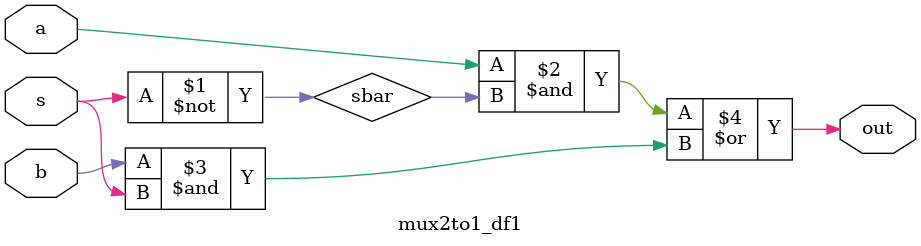
<source format=v>
module mux2to1_df1(a, b, s, out);
    input a, b, s;
    output out;
    wire sbar;
    assign sbar = ~s;
    assign out = (a&sbar) | (b&s);
endmodule
</source>
